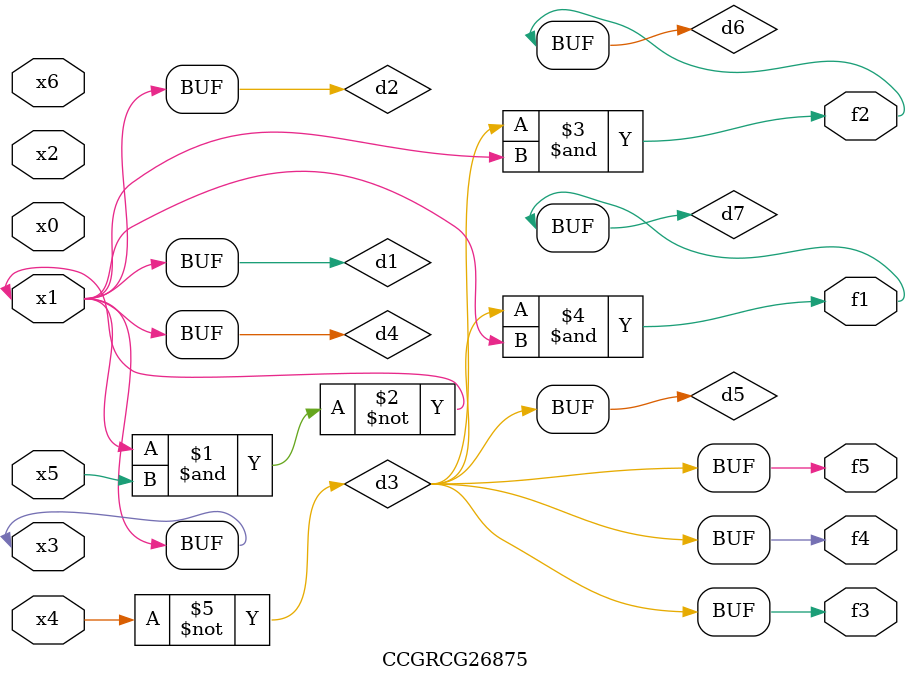
<source format=v>
module CCGRCG26875(
	input x0, x1, x2, x3, x4, x5, x6,
	output f1, f2, f3, f4, f5
);

	wire d1, d2, d3, d4, d5, d6, d7;

	buf (d1, x1, x3);
	nand (d2, x1, x5);
	not (d3, x4);
	buf (d4, d1, d2);
	buf (d5, d3);
	and (d6, d3, d4);
	and (d7, d3, d4);
	assign f1 = d7;
	assign f2 = d6;
	assign f3 = d5;
	assign f4 = d5;
	assign f5 = d5;
endmodule

</source>
